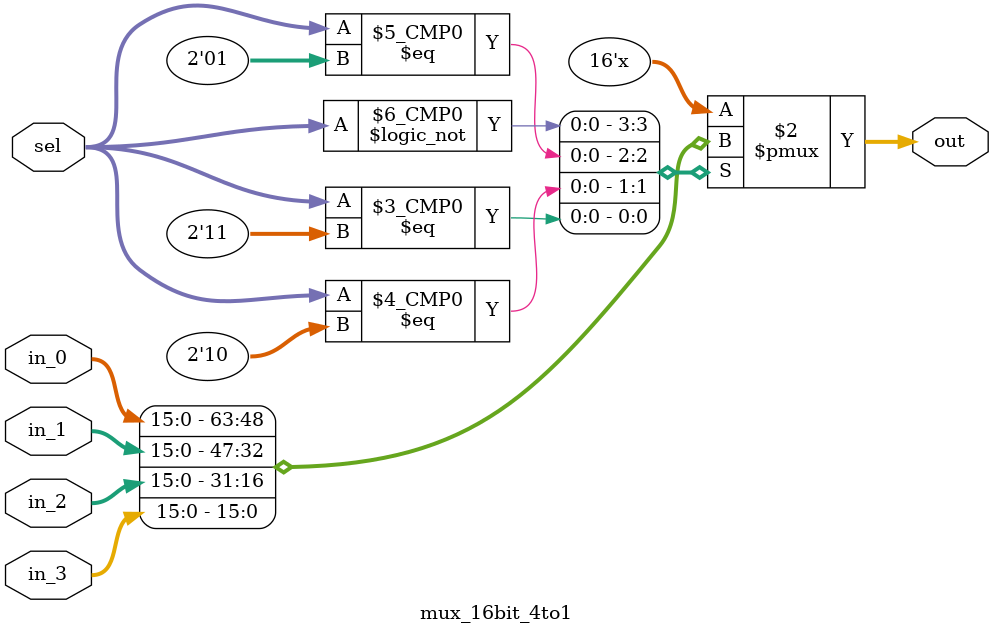
<source format=v>
/*CS 552 Project 4 to 1 mux(16bit)*/
module mux_16bit_4to1(sel, in_0, in_1, in_2, in_3, out);
	input [1:0] sel;
	input [15:0] in_0;
	input [15:0] in_1;
	input [15:0] in_2;
	input [15:0] in_3;

	output reg [15:0] out;

	always @ (sel or in_0 or in_1 or in_2 or in_3) begin
		case(sel)
			2'b00: out <= in_0;
			2'b01: out <= in_1;
			2'b10: out <= in_2;
			2'b11: out <= in_3;
		endcase
	end
endmodule 

</source>
